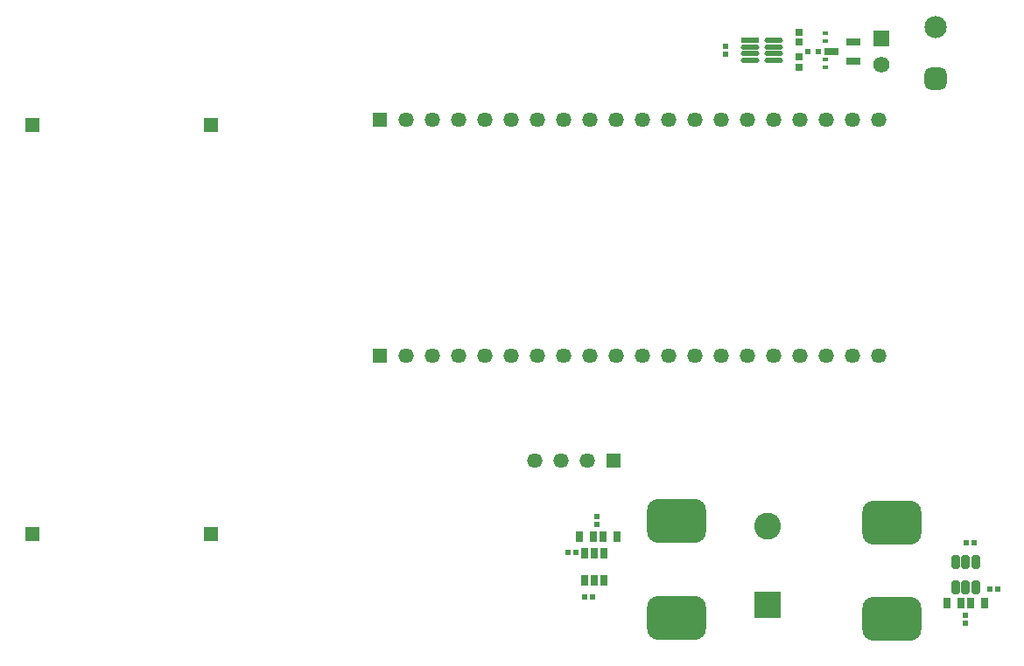
<source format=gts>
G04*
G04 #@! TF.GenerationSoftware,Altium Limited,Altium Designer,25.8.1 (18)*
G04*
G04 Layer_Color=8388736*
%FSLAX44Y44*%
%MOMM*%
G71*
G04*
G04 #@! TF.SameCoordinates,00868D23-33A2-40B0-AD17-1BC6AB771355*
G04*
G04*
G04 #@! TF.FilePolarity,Negative*
G04*
G01*
G75*
G04:AMPARAMS|DCode=14|XSize=1.8052mm|YSize=0.4949mm|CornerRadius=0.2475mm|HoleSize=0mm|Usage=FLASHONLY|Rotation=0.000|XOffset=0mm|YOffset=0mm|HoleType=Round|Shape=RoundedRectangle|*
%AMROUNDEDRECTD14*
21,1,1.8052,0.0000,0,0,0.0*
21,1,1.3103,0.4949,0,0,0.0*
1,1,0.4949,0.6552,0.0000*
1,1,0.4949,-0.6552,0.0000*
1,1,0.4949,-0.6552,0.0000*
1,1,0.4949,0.6552,0.0000*
%
%ADD14ROUNDEDRECTD14*%
%ADD15R,0.4725X0.5153*%
%ADD16R,0.5153X0.4725*%
G04:AMPARAMS|DCode=18|XSize=1.1mm|YSize=0.6mm|CornerRadius=0.051mm|HoleSize=0mm|Usage=FLASHONLY|Rotation=90.000|XOffset=0mm|YOffset=0mm|HoleType=Round|Shape=RoundedRectangle|*
%AMROUNDEDRECTD18*
21,1,1.1000,0.4980,0,0,90.0*
21,1,0.9980,0.6000,0,0,90.0*
1,1,0.1020,0.2490,0.4990*
1,1,0.1020,0.2490,-0.4990*
1,1,0.1020,-0.2490,-0.4990*
1,1,0.1020,-0.2490,0.4990*
%
%ADD18ROUNDEDRECTD18*%
%ADD21R,0.5250X0.4200*%
%ADD22R,0.5000X0.5000*%
%ADD23R,0.6725X0.6682*%
%ADD24R,1.8052X0.4949*%
%ADD26R,0.8032X1.0032*%
G04:AMPARAMS|DCode=27|XSize=1.4132mm|YSize=0.7832mm|CornerRadius=0.1741mm|HoleSize=0mm|Usage=FLASHONLY|Rotation=270.000|XOffset=0mm|YOffset=0mm|HoleType=Round|Shape=RoundedRectangle|*
%AMROUNDEDRECTD27*
21,1,1.4132,0.4350,0,0,270.0*
21,1,1.0650,0.7832,0,0,270.0*
1,1,0.3482,-0.2175,-0.5325*
1,1,0.3482,-0.2175,0.5325*
1,1,0.3482,0.2175,0.5325*
1,1,0.3482,0.2175,-0.5325*
%
%ADD27ROUNDEDRECTD27*%
%ADD28R,1.4432X0.7932*%
G04:AMPARAMS|DCode=29|XSize=4.2432mm|YSize=5.7132mm|CornerRadius=1.1116mm|HoleSize=0mm|Usage=FLASHONLY|Rotation=270.000|XOffset=0mm|YOffset=0mm|HoleType=Round|Shape=RoundedRectangle|*
%AMROUNDEDRECTD29*
21,1,4.2432,3.4900,0,0,270.0*
21,1,2.0200,5.7132,0,0,270.0*
1,1,2.2232,-1.7450,-1.0100*
1,1,2.2232,-1.7450,1.0100*
1,1,2.2232,1.7450,1.0100*
1,1,2.2232,1.7450,-1.0100*
%
%ADD29ROUNDEDRECTD29*%
%ADD30R,1.4612X1.4612*%
%ADD31R,1.4612X1.4612*%
%ADD32C,1.4612*%
%ADD33R,1.5700X1.5700*%
%ADD34C,1.5700*%
%ADD35C,2.1532*%
G04:AMPARAMS|DCode=36|XSize=2.1532mm|YSize=2.1532mm|CornerRadius=0.5891mm|HoleSize=0mm|Usage=FLASHONLY|Rotation=90.000|XOffset=0mm|YOffset=0mm|HoleType=Round|Shape=RoundedRectangle|*
%AMROUNDEDRECTD36*
21,1,2.1532,0.9750,0,0,90.0*
21,1,0.9750,2.1532,0,0,90.0*
1,1,1.1782,0.4875,0.4875*
1,1,1.1782,0.4875,-0.4875*
1,1,1.1782,-0.4875,-0.4875*
1,1,1.1782,-0.4875,0.4875*
%
%ADD36ROUNDEDRECTD36*%
%ADD37C,2.6032*%
%ADD38R,2.6032X2.6032*%
D14*
X1520115Y941630D02*
D03*
Y948130D02*
D03*
Y935130D02*
D03*
X1543125D02*
D03*
Y941630D02*
D03*
Y948130D02*
D03*
Y954630D02*
D03*
D15*
X1496060Y941094D02*
D03*
X1728470Y389914D02*
D03*
X1496060Y948666D02*
D03*
X1371600Y492736D02*
D03*
X1728470Y397486D02*
D03*
X1371600Y485164D02*
D03*
D16*
X1751504Y422910D02*
D03*
X1351256Y458470D02*
D03*
X1759076Y422910D02*
D03*
X1728644Y467360D02*
D03*
X1343684Y458470D02*
D03*
X1367766Y415290D02*
D03*
X1736216Y467360D02*
D03*
X1360194Y415290D02*
D03*
D18*
X1359560Y457500D02*
D03*
X1369060Y431500D02*
D03*
X1378560D02*
D03*
Y457500D02*
D03*
X1369060D02*
D03*
X1359560Y431500D02*
D03*
D21*
X1592580Y953770D02*
D03*
Y936155D02*
D03*
Y928205D02*
D03*
Y961720D02*
D03*
D22*
X1586150Y943610D02*
D03*
X1576150D02*
D03*
D23*
X1567180Y928428D02*
D03*
Y938472D02*
D03*
Y962601D02*
D03*
Y952559D02*
D03*
D24*
X1520115Y954630D02*
D03*
D26*
X1746550Y408940D02*
D03*
X1354940Y473710D02*
D03*
X1710690Y408940D02*
D03*
X1390800Y473710D02*
D03*
X1733550Y408940D02*
D03*
X1367940Y473710D02*
D03*
X1723690Y408940D02*
D03*
X1377800Y473710D02*
D03*
D27*
X1737970Y424330D02*
D03*
X1728470Y449430D02*
D03*
X1718970D02*
D03*
Y424330D02*
D03*
X1728470D02*
D03*
X1737970Y449430D02*
D03*
D28*
X1598930Y943610D02*
D03*
X1620030Y953110D02*
D03*
Y934110D02*
D03*
D29*
X1657350Y487340D02*
D03*
Y394040D02*
D03*
X1449070Y488610D02*
D03*
Y395310D02*
D03*
D30*
X998030Y475950D02*
D03*
X825166D02*
D03*
X825166Y872250D02*
D03*
X998030D02*
D03*
D31*
X1388110Y547370D02*
D03*
X1162050Y877570D02*
D03*
Y648970D02*
D03*
D32*
X1492250Y877570D02*
D03*
X1314450Y648970D02*
D03*
X1311910Y547370D02*
D03*
X1339850Y877570D02*
D03*
X1314450D02*
D03*
X1337310Y547370D02*
D03*
X1362710D02*
D03*
X1187450Y877570D02*
D03*
X1212850D02*
D03*
X1238250D02*
D03*
X1263650D02*
D03*
X1289050D02*
D03*
X1365250D02*
D03*
X1390650D02*
D03*
X1416050D02*
D03*
X1441450D02*
D03*
X1466850D02*
D03*
X1517650D02*
D03*
X1543050D02*
D03*
X1568450D02*
D03*
X1593850D02*
D03*
X1619250D02*
D03*
X1644650D02*
D03*
X1187450Y648970D02*
D03*
X1212850D02*
D03*
X1238250D02*
D03*
X1263650D02*
D03*
X1289050D02*
D03*
X1339850D02*
D03*
X1365250D02*
D03*
X1390650D02*
D03*
X1416050D02*
D03*
X1441450D02*
D03*
X1466850D02*
D03*
X1492250D02*
D03*
X1517650D02*
D03*
X1543050D02*
D03*
X1568450D02*
D03*
X1593850D02*
D03*
X1619250D02*
D03*
X1644650D02*
D03*
D33*
X1647190Y956310D02*
D03*
D34*
Y930910D02*
D03*
D35*
X1699300Y967340D02*
D03*
D36*
Y917340D02*
D03*
D37*
X1536700Y483870D02*
D03*
D38*
Y407670D02*
D03*
M02*

</source>
